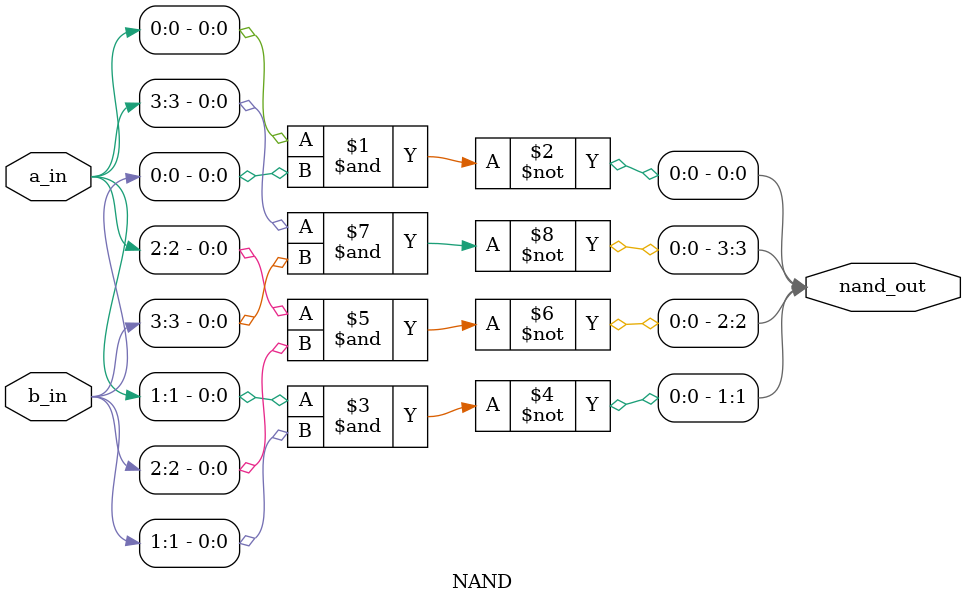
<source format=v>
module NAND(a_in, b_in, nand_out);
  parameter DATA_WIDTH = 4;
  input   [DATA_WIDTH-1:0] a_in, b_in;
  output  [DATA_WIDTH-1:0] nand_out;
  
  genvar i;
  generate
    for(i = 0; i < DATA_WIDTH; i = i + 1) begin
      nand Nand(nand_out[i], a_in[i], b_in[i]);
    end
  endgenerate
  
  
endmodule



</source>
